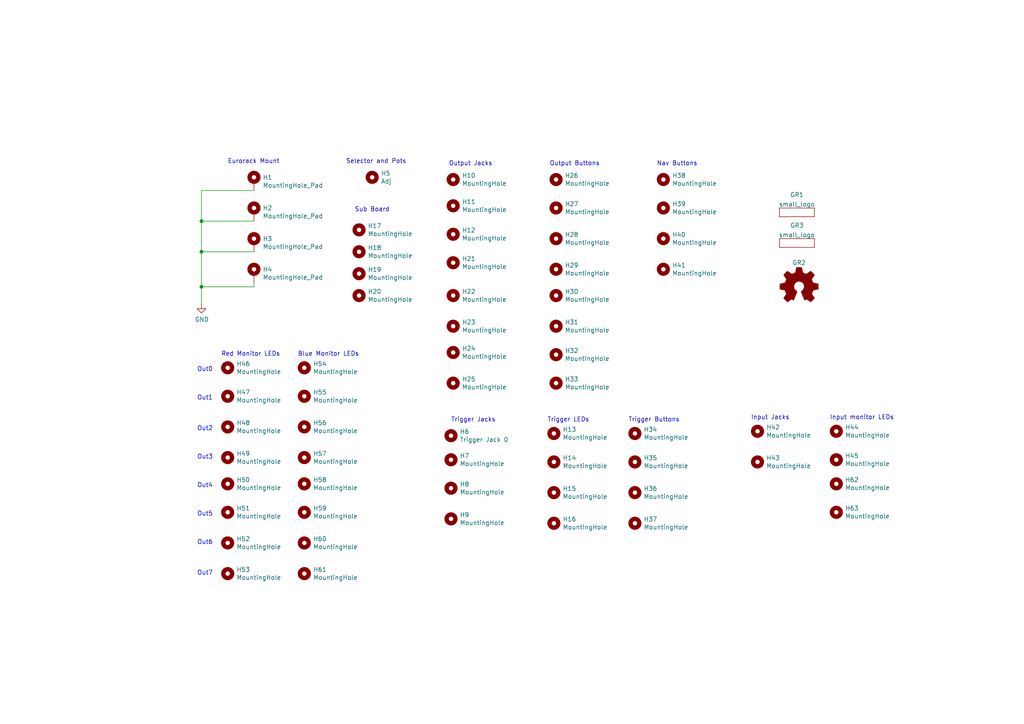
<source format=kicad_sch>
(kicad_sch (version 20211123) (generator eeschema)
  (paper "A4")
  (title_block (title "Bonkulator Panel") (rev "2.1"))
  (lib_symbols
    (symbol "Graphic:Logo_Open_Hardware_Small" (pin_names (offset 1.016))
      (symbol "Logo_Open_Hardware_Small_0_1"
        (polyline (pts (xy 3.3528 -4.3434) (xy 3.302 -4.318) (xy 3.175 -4.2418) (xy 2.9972 -4.1148) (xy 2.7686 -3.9624) (xy 2.54 -3.81) (xy 2.3622 -3.7084) (xy 2.2352 -3.6068) (xy 2.1844 -3.5814) (xy 2.159 -3.6068) (xy 2.0574 -3.6576) (xy 1.905 -3.7338) (xy 1.8034 -3.7846) (xy 1.6764 -3.8354) (xy 1.6002 -3.8354) (xy 1.6002 -3.8354) (xy 1.5494 -3.7338) (xy 1.4732 -3.5306) (xy 1.3462 -3.302) (xy 1.2446 -3.0226) (xy 1.1176 -2.7178) (xy 0.9652 -2.413) (xy 0.8636 -2.1082) (xy 0.7366 -1.8288) (xy 0.6604 -1.6256) (xy 0.6096 -1.4732) (xy 0.5842 -1.397) (xy 0.5842 -1.397) (xy 0.6604 -1.3208) (xy 0.7874 -1.2446) (xy 1.0414 -1.016) (xy 1.2954 -0.6858) (xy 1.4478 -0.3302) (xy 1.524 0.0762) (xy 1.4732 0.4572) (xy 1.3208 0.8128) (xy 1.0668 1.143) (xy 0.762 1.3716) (xy 0.4064 1.524) (xy 0 1.5748) (xy -0.381 1.5494) (xy -0.7366 1.397) (xy -1.0668 1.143) (xy -1.2192 0.9906) (xy -1.397 0.6604) (xy -1.524 0.3048) (xy -1.524 0.2286) (xy -1.4986 -0.1778) (xy -1.397 -0.5334) (xy -1.1938 -0.8636) (xy -0.9144 -1.143) (xy -0.8636 -1.1684) (xy -0.7366 -1.27) (xy -0.635 -1.3462) (xy -0.5842 -1.397) (xy -1.0668 -2.5908) (xy -1.143 -2.794) (xy -1.2954 -3.1242) (xy -1.397 -3.4036) (xy -1.4986 -3.6322) (xy -1.5748 -3.7846) (xy -1.6002 -3.8354) (xy -1.6002 -3.8354) (xy -1.651 -3.8354) (xy -1.7272 -3.81) (xy -1.905 -3.7338) (xy -2.0066 -3.683) (xy -2.1336 -3.6068) (xy -2.2098 -3.5814) (xy -2.2606 -3.6068) (xy -2.3622 -3.683) (xy -2.54 -3.81) (xy -2.7686 -3.9624) (xy -2.9718 -4.0894) (xy -3.1496 -4.2164) (xy -3.302 -4.318) (xy -3.3528 -4.3434) (xy -3.3782 -4.3434) (xy -3.429 -4.318) (xy -3.5306 -4.2164) (xy -3.7084 -4.064) (xy -3.937 -3.8354) (xy -3.9624 -3.81) (xy -4.1656 -3.6068) (xy -4.318 -3.4544) (xy -4.4196 -3.3274) (xy -4.445 -3.2766) (xy -4.445 -3.2766) (xy -4.4196 -3.2258) (xy -4.318 -3.0734) (xy -4.2164 -2.8956) (xy -4.064 -2.667) (xy -3.6576 -2.0828) (xy -3.8862 -1.5494) (xy -3.937 -1.3716) (xy -4.0386 -1.1684) (xy -4.0894 -1.0414) (xy -4.1148 -0.9652) (xy -4.191 -0.9398) (xy -4.318 -0.9144) (xy -4.5466 -0.8636) (xy -4.8006 -0.8128) (xy -5.0546 -0.7874) (xy -5.2578 -0.7366) (xy -5.4356 -0.7112) (xy -5.5118 -0.6858) (xy -5.5118 -0.6858) (xy -5.5372 -0.635) (xy -5.5372 -0.5588) (xy -5.5372 -0.4318) (xy -5.5626 -0.2286) (xy -5.5626 0.0762) (xy -5.5626 0.127) (xy -5.5372 0.4064) (xy -5.5372 0.635) (xy -5.5372 0.762) (xy -5.5372 0.8382) (xy -5.5372 0.8382) (xy -5.461 0.8382) (xy -5.3086 0.889) (xy -5.08 0.9144) (xy -4.826 0.9652) (xy -4.8006 0.9906) (xy -4.5466 1.0414) (xy -4.318 1.0668) (xy -4.1656 1.1176) (xy -4.0894 1.143) (xy -4.0894 1.143) (xy -4.0386 1.2446) (xy -3.9624 1.4224) (xy -3.8608 1.6256) (xy -3.7846 1.8288) (xy -3.7084 2.0066) (xy -3.6576 2.159) (xy -3.6322 2.2098) (xy -3.6322 2.2098) (xy -3.683 2.286) (xy -3.7592 2.413) (xy -3.8862 2.5908) (xy -4.064 2.8194) (xy -4.064 2.8448) (xy -4.2164 3.0734) (xy -4.3434 3.2512) (xy -4.4196 3.3782) (xy -4.445 3.4544) (xy -4.445 3.4544) (xy -4.3942 3.5052) (xy -4.2926 3.6322) (xy -4.1148 3.81) (xy -3.937 4.0132) (xy -3.8608 4.064) (xy -3.6576 4.2926) (xy -3.5052 4.4196) (xy -3.4036 4.4958) (xy -3.3528 4.5212) (xy -3.3528 4.5212) (xy -3.302 4.4704) (xy -3.1496 4.3688) (xy -2.9718 4.2418) (xy -2.7432 4.0894) (xy -2.7178 4.0894) (xy -2.4892 3.937) (xy -2.3114 3.81) (xy -2.1844 3.7084) (xy -2.1336 3.683) (xy -2.1082 3.683) (xy -2.032 3.7084) (xy -1.8542 3.7592) (xy -1.6764 3.8354) (xy -1.4732 3.937) (xy -1.27 4.0132) (xy -1.143 4.064) (xy -1.0668 4.1148) (xy -1.0668 4.1148) (xy -1.0414 4.191) (xy -1.016 4.3434) (xy -0.9652 4.572) (xy -0.9144 4.8514) (xy -0.889 4.9022) (xy -0.8382 5.1562) (xy -0.8128 5.3848) (xy -0.7874 5.5372) (xy -0.762 5.588) (xy -0.7112 5.6134) (xy -0.5842 5.6134) (xy -0.4064 5.6134) (xy -0.1524 5.6134) (xy 0.0762 5.6134) (xy 0.3302 5.6134) (xy 0.5334 5.6134) (xy 0.6858 5.588) (xy 0.7366 5.588) (xy 0.7366 5.588) (xy 0.762 5.5118) (xy 0.8128 5.334) (xy 0.8382 5.1054) (xy 0.9144 4.826) (xy 0.9144 4.7752) (xy 0.9652 4.5212) (xy 1.016 4.2926) (xy 1.0414 4.1402) (xy 1.0668 4.0894) (xy 1.0668 4.0894) (xy 1.1938 4.0386) (xy 1.3716 3.9624) (xy 1.5748 3.8608) (xy 2.0828 3.6576) (xy 2.7178 4.0894) (xy 2.7686 4.1402) (xy 2.9972 4.2926) (xy 3.175 4.4196) (xy 3.302 4.4958) (xy 3.3782 4.5212) (xy 3.3782 4.5212) (xy 3.429 4.4704) (xy 3.556 4.3434) (xy 3.7338 4.191) (xy 3.9116 3.9878) (xy 4.064 3.8354) (xy 4.2418 3.6576) (xy 4.3434 3.556) (xy 4.4196 3.4798) (xy 4.4196 3.429) (xy 4.4196 3.4036) (xy 4.3942 3.3274) (xy 4.2926 3.2004) (xy 4.1656 2.9972) (xy 4.0132 2.794) (xy 3.8862 2.5908) (xy 3.7592 2.3876) (xy 3.6576 2.2352) (xy 3.6322 2.159) (xy 3.6322 2.1336) (xy 3.683 2.0066) (xy 3.7592 1.8288) (xy 3.8608 1.6002) (xy 4.064 1.1176) (xy 4.3942 1.0414) (xy 4.5974 1.016) (xy 4.8768 0.9652) (xy 5.1308 0.9144) (xy 5.5372 0.8382) (xy 5.5626 -0.6604) (xy 5.4864 -0.6858) (xy 5.4356 -0.6858) (xy 5.2832 -0.7366) (xy 5.0546 -0.762) (xy 4.8006 -0.8128) (xy 4.5974 -0.8636) (xy 4.3688 -0.9144) (xy 4.2164 -0.9398) (xy 4.1402 -0.9398) (xy 4.1148 -0.9652) (xy 4.064 -1.0668) (xy 3.9878 -1.2446) (xy 3.9116 -1.4478) (xy 3.81 -1.651) (xy 3.7338 -1.8542) (xy 3.683 -2.0066) (xy 3.6576 -2.0828) (xy 3.683 -2.1336) (xy 3.7846 -2.2606) (xy 3.8862 -2.4638) (xy 4.0386 -2.667) (xy 4.191 -2.8956) (xy 4.318 -3.0734) (xy 4.3942 -3.2004) (xy 4.445 -3.2766) (xy 4.4196 -3.3274) (xy 4.3434 -3.429) (xy 4.1656 -3.5814) (xy 3.937 -3.8354) (xy 3.8862 -3.8608) (xy 3.683 -4.064) (xy 3.5306 -4.2164) (xy 3.4036 -4.318) (xy 3.3528 -4.3434)) (fill (type outline)))
      )
    )
    (symbol "Mechanical:MountingHole" (pin_names (offset 1.016))
      (property "Reference" "H" (at 0 5.08 0))
      (property "Value" "MountingHole" (at 0 3.175 0))
      (symbol "MountingHole_0_1"
        (circle (center 0 0) (radius 1.27) (stroke (width 1.27)))
      )
    )
    (symbol "Mechanical:MountingHole_Pad" (pin_numbers hide) (pin_names (offset 1.016) hide)
      (property "Reference" "H" (at 0 6.35 0))
      (property "Value" "MountingHole_Pad" (at 0 4.445 0))
      (symbol "MountingHole_Pad_0_1"
        (circle (center 0 1.27) (radius 1.27) (stroke (width 1.27)))
      )
      (symbol "MountingHole_Pad_1_1"
        (pin input line (at 0 -2.54 90) (length 2.54) (name "1") (number "1"))
      )
    )
    (symbol "greenface-symbols:small_logo" (pin_numbers hide) (pin_names (offset 0) hide)
      (property "Reference" "GR" (at 0 -2.54 0))
      (property "Value" "small_logo" (at 0 0 0))
      (symbol "small_logo_0_1"
        (rectangle (start -5.08 -1.27) (end -5.08 1.27))
        (rectangle (start -5.08 1.27) (end 5.08 1.27))
        (rectangle (start 5.08 -1.27) (end -5.08 -1.27))
        (rectangle (start 5.08 1.27) (end 5.08 -1.27))
      )
    )
    (symbol "power:GND" (power) (pin_names (offset 0))
      (property "Value" "GND" (at 0 -3.81 0))
      (symbol "GND_0_1"
        (polyline (pts (xy 0 0) (xy 0 -1.27) (xy 1.27 -1.27) (xy 0 -2.54) (xy -1.27 -1.27) (xy 0 -1.27)))
      )
      (symbol "GND_1_1"
        (pin power_in line (at 0 0 270) (length 0) hide (name "GND") (number "1"))
      )
    )
  )
  (junction (at 58.42 64.135))
  (junction (at 58.42 83.185))
  (junction (at 58.42 73.025))
  (wire (pts (xy 58.42 73.025) (xy 58.42 64.135)))
  (wire (pts (xy 58.42 55.245) (xy 73.66 55.245)))
  (wire (pts (xy 58.42 73.025) (xy 73.66 73.025)))
  (wire (pts (xy 58.42 88.265) (xy 58.42 83.185)))
  (wire (pts (xy 58.42 64.135) (xy 58.42 55.245)))
  (wire (pts (xy 73.66 83.185) (xy 58.42 83.185)))
  (wire (pts (xy 73.66 83.185) (xy 73.66 81.915)))
  (wire (pts (xy 58.42 64.135) (xy 73.66 64.135)))
  (wire (pts (xy 58.42 83.185) (xy 58.42 73.025)))
  (text "Out5" (at 57.15 149.86 0) (effects (font (size 1.27 1.27)) (justify left bottom)))
  (text "Input Jacks" (at 217.805 121.92 0) (effects (font (size 1.27 1.27)) (justify left bottom)))
  (text "Trigger LEDs" (at 158.75 122.555 0) (effects (font (size 1.27 1.27)) (justify left bottom)))
  (text "Sub Board" (at 102.87 61.595 0) (effects (font (size 1.27 1.27)) (justify left bottom)))
  (text "Selector and Pots" (at 100.33 47.625 0) (effects (font (size 1.27 1.27)) (justify left bottom)))
  (text "Out4" (at 57.15 141.605 0) (effects (font (size 1.27 1.27)) (justify left bottom)))
  (text "Output Jacks" (at 130.175 48.26 0) (effects (font (size 1.27 1.27)) (justify left bottom)))
  (text "Input monitor LEDs" (at 240.665 121.92 0) (effects (font (size 1.27 1.27)) (justify left bottom)))
  (text "Out3" (at 57.15 133.35 0) (effects (font (size 1.27 1.27)) (justify left bottom)))
  (text "Trigger Jacks" (at 130.81 122.555 0) (effects (font (size 1.27 1.27)) (justify left bottom)))
  (text "Eurorack Mount" (at 66.04 47.625 0) (effects (font (size 1.27 1.27)) (justify left bottom)))
  (text "Nav Buttons" (at 190.5 48.26 0) (effects (font (size 1.27 1.27)) (justify left bottom)))
  (text "Out6" (at 57.15 158.115 0) (effects (font (size 1.27 1.27)) (justify left bottom)))
  (text "Out2" (at 57.15 125.095 0) (effects (font (size 1.27 1.27)) (justify left bottom)))
  (text "Blue Monitor LEDs" (at 86.36 103.505 0) (effects (font (size 1.27 1.27)) (justify left bottom)))
  (text "Output Buttons" (at 159.385 48.26 0) (effects (font (size 1.27 1.27)) (justify left bottom)))
  (text "Out0" (at 57.15 107.95 0) (effects (font (size 1.27 1.27)) (justify left bottom)))
  (text "Red Monitor LEDs" (at 64.135 103.505 0) (effects (font (size 1.27 1.27)) (justify left bottom)))
  (text "Trigger Buttons" (at 182.245 122.555 0) (effects (font (size 1.27 1.27)) (justify left bottom)))
  (text "Out7" (at 57.15 167.005 0) (effects (font (size 1.27 1.27)) (justify left bottom)))
  (text "Out1" (at 57.15 116.205 0) (effects (font (size 1.27 1.27)) (justify left bottom)))
  (symbol (lib_id "Mechanical:MountingHole") (at 88.265 123.825 0) (unit 1)
    (property "Reference" "H56" (at 90.805 122.6566 0) (effects (justify left)))
    (property "Value" "MountingHole" (at 90.805 124.968 0) (effects (justify left)))
    (property "Footprint" "panel:3mmLED" (effects hide))
  )
  (symbol (lib_id "Mechanical:MountingHole") (at 88.265 106.68 0) (unit 1)
    (property "Reference" "H54" (at 90.805 105.5116 0) (effects (justify left)))
    (property "Value" "MountingHole" (at 90.805 107.823 0) (effects (justify left)))
    (property "Footprint" "panel:3mmLED" (effects hide))
  )
  (symbol (lib_id "Mechanical:MountingHole") (at 130.81 150.495 0) (unit 1)
    (property "Reference" "H9" (at 133.35 149.3266 0) (effects (justify left)))
    (property "Value" "MountingHole" (at 133.35 151.638 0) (effects (justify left)))
    (property "Footprint" "panel:MolexJack" (effects hide))
  )
  (symbol (lib_id "Mechanical:MountingHole") (at 131.445 67.945 0) (unit 1)
    (property "Reference" "H12" (at 133.985 66.7766 0) (effects (justify left)))
    (property "Value" "MountingHole" (at 133.985 69.088 0) (effects (justify left)))
    (property "Footprint" "panel:MolexJack" (effects hide))
  )
  (symbol (lib_id "Mechanical:MountingHole") (at 161.29 102.87 0) (unit 1)
    (property "Reference" "H32" (at 163.83 101.7016 0) (effects (justify left)))
    (property "Value" "MountingHole" (at 163.83 104.013 0) (effects (justify left)))
    (property "Footprint" "panel:PushButton3.7mm" (effects hide))
  )
  (symbol (lib_id "Mechanical:MountingHole") (at 184.15 125.73 0) (unit 1)
    (property "Reference" "H34" (at 186.69 124.5616 0) (effects (justify left)))
    (property "Value" "MountingHole" (at 186.69 126.873 0) (effects (justify left)))
    (property "Footprint" "panel:PushButton3.7mm" (effects hide))
  )
  (symbol (lib_id "Mechanical:MountingHole") (at 184.15 142.875 0) (unit 1)
    (property "Reference" "H36" (at 186.69 141.7066 0) (effects (justify left)))
    (property "Value" "MountingHole" (at 186.69 144.018 0) (effects (justify left)))
    (property "Footprint" "panel:PushButton3.7mm" (effects hide))
  )
  (symbol (lib_id "Mechanical:MountingHole") (at 219.71 125.095 0) (unit 1)
    (property "Reference" "H42" (at 222.25 123.9266 0) (effects (justify left)))
    (property "Value" "MountingHole" (at 222.25 126.238 0) (effects (justify left)))
    (property "Footprint" "panel:MolexJack" (effects hide))
  )
  (symbol (lib_id "Mechanical:MountingHole") (at 131.445 76.2 0) (unit 1)
    (property "Reference" "H21" (at 133.985 75.0316 0) (effects (justify left)))
    (property "Value" "MountingHole" (at 133.985 77.343 0) (effects (justify left)))
    (property "Footprint" "panel:MolexJack" (effects hide))
  )
  (symbol (lib_id "Mechanical:MountingHole") (at 192.405 69.215 0) (unit 1)
    (property "Reference" "H40" (at 194.945 68.0466 0) (effects (justify left)))
    (property "Value" "MountingHole" (at 194.945 70.358 0) (effects (justify left)))
    (property "Footprint" "panel:PushButton3.7mm" (effects hide))
  )
  (symbol (lib_id "Mechanical:MountingHole") (at 242.57 125.095 0) (unit 1)
    (property "Reference" "H44" (at 245.11 123.9266 0) (effects (justify left)))
    (property "Value" "MountingHole" (at 245.11 126.238 0) (effects (justify left)))
    (property "Footprint" "panel:3mmLED" (effects hide))
  )
  (symbol (lib_id "Graphic:Logo_Open_Hardware_Small") (at 231.775 83.185 0) (unit 1) (on_board no)
    (property "Reference" "GR2" (at 231.775 76.2 0))
    (property "Value" "Logo_Open_Hardware_Small" (effects hide))
    (property "Footprint" "Symbol:OSHW-Logo_5.7x6mm_SilkScreen" (effects hide))
  )
  (symbol (lib_id "Mechanical:MountingHole") (at 104.14 66.675 0) (unit 1)
    (property "Reference" "H17" (at 106.68 65.5066 0) (effects (justify left)))
    (property "Value" "MountingHole" (at 106.68 67.818 0) (effects (justify left)))
    (property "Footprint" "MountingHole:MountingHole_2.5mm" (effects hide))
  )
  (symbol (lib_id "Mechanical:MountingHole") (at 161.29 111.125 0) (unit 1)
    (property "Reference" "H33" (at 163.83 109.9566 0) (effects (justify left)))
    (property "Value" "MountingHole" (at 163.83 112.268 0) (effects (justify left)))
    (property "Footprint" "panel:PushButton3.7mm" (effects hide))
  )
  (symbol (lib_id "Mechanical:MountingHole") (at 160.655 133.985 0) (unit 1)
    (property "Reference" "H14" (at 163.195 132.8166 0) (effects (justify left)))
    (property "Value" "MountingHole" (at 163.195 135.128 0) (effects (justify left)))
    (property "Footprint" "panel:3mmLED" (effects hide))
  )
  (symbol (lib_id "Mechanical:MountingHole") (at 192.405 52.07 0) (unit 1)
    (property "Reference" "H38" (at 194.945 50.9016 0) (effects (justify left)))
    (property "Value" "MountingHole" (at 194.945 53.213 0) (effects (justify left)))
    (property "Footprint" "panel:PushButton3.7mm" (effects hide))
  )
  (symbol (lib_id "Mechanical:MountingHole_Pad") (at 73.66 52.705 0) (unit 1)
    (property "Reference" "H1" (at 76.2 51.4604 0) (effects (justify left)))
    (property "Value" "MountingHole_Pad" (at 76.2 53.7718 0) (effects (justify left)))
    (property "Footprint" "panel:MountingHole_3.2mm_M3_SmPad" (effects hide))
  )
  (symbol (lib_id "Mechanical:MountingHole") (at 66.04 157.48 0) (unit 1)
    (property "Reference" "H52" (at 68.58 156.3116 0) (effects (justify left)))
    (property "Value" "MountingHole" (at 68.58 158.623 0) (effects (justify left)))
    (property "Footprint" "panel:3mmLED" (effects hide))
  )
  (symbol (lib_id "Mechanical:MountingHole") (at 160.655 142.875 0) (unit 1)
    (property "Reference" "H15" (at 163.195 141.7066 0) (effects (justify left)))
    (property "Value" "MountingHole" (at 163.195 144.018 0) (effects (justify left)))
    (property "Footprint" "panel:3mmLED" (effects hide))
  )
  (symbol (lib_id "Mechanical:MountingHole") (at 161.29 94.615 0) (unit 1)
    (property "Reference" "H31" (at 163.83 93.4466 0) (effects (justify left)))
    (property "Value" "MountingHole" (at 163.83 95.758 0) (effects (justify left)))
    (property "Footprint" "panel:PushButton3.7mm" (effects hide))
  )
  (symbol (lib_id "Mechanical:MountingHole") (at 131.445 52.07 0) (unit 1)
    (property "Reference" "H10" (at 133.985 50.9016 0) (effects (justify left)))
    (property "Value" "MountingHole" (at 133.985 53.213 0) (effects (justify left)))
    (property "Footprint" "panel:MolexJack" (effects hide))
  )
  (symbol (lib_id "Mechanical:MountingHole") (at 131.445 85.725 0) (unit 1)
    (property "Reference" "H22" (at 133.985 84.5566 0) (effects (justify left)))
    (property "Value" "MountingHole" (at 133.985 86.868 0) (effects (justify left)))
    (property "Footprint" "panel:MolexJack" (effects hide))
  )
  (symbol (lib_id "Mechanical:MountingHole") (at 88.265 157.48 0) (unit 1)
    (property "Reference" "H60" (at 90.805 156.3116 0) (effects (justify left)))
    (property "Value" "MountingHole" (at 90.805 158.623 0) (effects (justify left)))
    (property "Footprint" "panel:3mmLED" (effects hide))
  )
  (symbol (lib_id "Mechanical:MountingHole_Pad") (at 73.66 79.375 0) (unit 1)
    (property "Reference" "H4" (at 76.2 78.1304 0) (effects (justify left)))
    (property "Value" "MountingHole_Pad" (at 76.2 80.4418 0) (effects (justify left)))
    (property "Footprint" "panel:MountingHole_3.2mm_M3_SmPad" (effects hide))
  )
  (symbol (lib_id "Mechanical:MountingHole") (at 66.04 140.335 0) (unit 1)
    (property "Reference" "H50" (at 68.58 139.1666 0) (effects (justify left)))
    (property "Value" "MountingHole" (at 68.58 141.478 0) (effects (justify left)))
    (property "Footprint" "panel:3mmLED" (effects hide))
  )
  (symbol (lib_id "Mechanical:MountingHole") (at 104.14 85.725 0) (unit 1)
    (property "Reference" "H20" (at 106.68 84.5566 0) (effects (justify left)))
    (property "Value" "MountingHole" (at 106.68 86.868 0) (effects (justify left)))
    (property "Footprint" "MountingHole:MountingHole_2.5mm" (effects hide))
  )
  (symbol (lib_id "Mechanical:MountingHole") (at 104.14 79.375 0) (unit 1)
    (property "Reference" "H19" (at 106.68 78.2066 0) (effects (justify left)))
    (property "Value" "MountingHole" (at 106.68 80.518 0) (effects (justify left)))
    (property "Footprint" "MountingHole:MountingHole_2.5mm" (effects hide))
  )
  (symbol (lib_id "Mechanical:MountingHole") (at 160.655 151.765 0) (unit 1)
    (property "Reference" "H16" (at 163.195 150.5966 0) (effects (justify left)))
    (property "Value" "MountingHole" (at 163.195 152.908 0) (effects (justify left)))
    (property "Footprint" "panel:3mmLED" (effects hide))
  )
  (symbol (lib_id "Mechanical:MountingHole") (at 161.29 85.725 0) (unit 1)
    (property "Reference" "H30" (at 163.83 84.5566 0) (effects (justify left)))
    (property "Value" "MountingHole" (at 163.83 86.868 0) (effects (justify left)))
    (property "Footprint" "panel:PushButton3.7mm" (effects hide))
  )
  (symbol (lib_id "Mechanical:MountingHole") (at 131.445 102.235 0) (unit 1)
    (property "Reference" "H24" (at 133.985 101.0666 0) (effects (justify left)))
    (property "Value" "MountingHole" (at 133.985 103.378 0) (effects (justify left)))
    (property "Footprint" "panel:MolexJack" (effects hide))
  )
  (symbol (lib_id "Mechanical:MountingHole") (at 184.15 133.985 0) (unit 1)
    (property "Reference" "H35" (at 186.69 132.8166 0) (effects (justify left)))
    (property "Value" "MountingHole" (at 186.69 135.128 0) (effects (justify left)))
    (property "Footprint" "panel:PushButton3.7mm" (effects hide))
  )
  (symbol (lib_id "Mechanical:MountingHole") (at 66.04 132.715 0) (unit 1)
    (property "Reference" "H49" (at 68.58 131.5466 0) (effects (justify left)))
    (property "Value" "MountingHole" (at 68.58 133.858 0) (effects (justify left)))
    (property "Footprint" "panel:3mmLED" (effects hide))
  )
  (symbol (lib_id "Mechanical:MountingHole") (at 161.29 78.105 0) (unit 1)
    (property "Reference" "H29" (at 163.83 76.9366 0) (effects (justify left)))
    (property "Value" "MountingHole" (at 163.83 79.248 0) (effects (justify left)))
    (property "Footprint" "panel:PushButton3.7mm" (effects hide))
  )
  (symbol (lib_id "Mechanical:MountingHole") (at 160.655 125.73 0) (unit 1)
    (property "Reference" "H13" (at 163.195 124.5616 0) (effects (justify left)))
    (property "Value" "MountingHole" (at 163.195 126.873 0) (effects (justify left)))
    (property "Footprint" "panel:3mmLED" (effects hide))
  )
  (symbol (lib_id "Mechanical:MountingHole") (at 104.14 73.025 0) (unit 1)
    (property "Reference" "H18" (at 106.68 71.8566 0) (effects (justify left)))
    (property "Value" "MountingHole" (at 106.68 74.168 0) (effects (justify left)))
    (property "Footprint" "MountingHole:MountingHole_2.5mm" (effects hide))
  )
  (symbol (lib_id "Mechanical:MountingHole") (at 131.445 111.125 0) (unit 1)
    (property "Reference" "H25" (at 133.985 109.9566 0) (effects (justify left)))
    (property "Value" "MountingHole" (at 133.985 112.268 0) (effects (justify left)))
    (property "Footprint" "panel:MolexJack" (effects hide))
  )
  (symbol (lib_id "Mechanical:MountingHole") (at 88.265 140.335 0) (unit 1)
    (property "Reference" "H58" (at 90.805 139.1666 0) (effects (justify left)))
    (property "Value" "MountingHole" (at 90.805 141.478 0) (effects (justify left)))
    (property "Footprint" "panel:3mmLED" (effects hide))
  )
  (symbol (lib_id "Mechanical:MountingHole") (at 66.04 114.935 0) (unit 1)
    (property "Reference" "H47" (at 68.58 113.7666 0) (effects (justify left)))
    (property "Value" "MountingHole" (at 68.58 116.078 0) (effects (justify left)))
    (property "Footprint" "panel:3mmLED" (effects hide))
  )
  (symbol (lib_id "Mechanical:MountingHole") (at 242.57 148.59 0) (unit 1)
    (property "Reference" "H63" (at 245.11 147.4216 0) (effects (justify left)))
    (property "Value" "MountingHole" (at 245.11 149.733 0) (effects (justify left)))
    (property "Footprint" "panel:3mmLED" (effects hide))
  )
  (symbol (lib_id "Mechanical:MountingHole") (at 184.15 151.765 0) (unit 1)
    (property "Reference" "H37" (at 186.69 150.5966 0) (effects (justify left)))
    (property "Value" "MountingHole" (at 186.69 152.908 0) (effects (justify left)))
    (property "Footprint" "panel:PushButton3.7mm" (effects hide))
  )
  (symbol (lib_id "Mechanical:MountingHole") (at 161.29 60.325 0) (unit 1)
    (property "Reference" "H27" (at 163.83 59.1566 0) (effects (justify left)))
    (property "Value" "MountingHole" (at 163.83 61.468 0) (effects (justify left)))
    (property "Footprint" "panel:PushButton3.7mm" (effects hide))
  )
  (symbol (lib_id "Mechanical:MountingHole") (at 242.57 140.335 0) (unit 1)
    (property "Reference" "H62" (at 245.11 139.1666 0) (effects (justify left)))
    (property "Value" "MountingHole" (at 245.11 141.478 0) (effects (justify left)))
    (property "Footprint" "panel:3mmLED" (effects hide))
  )
  (symbol (lib_id "Mechanical:MountingHole_Pad") (at 73.66 61.595 0) (unit 1)
    (property "Reference" "H2" (at 76.2 60.3504 0) (effects (justify left)))
    (property "Value" "MountingHole_Pad" (at 76.2 62.6618 0) (effects (justify left)))
    (property "Footprint" "panel:MountingHole_3.2mm_M3_SmPad" (effects hide))
  )
  (symbol (lib_id "Mechanical:MountingHole") (at 88.265 166.37 0) (unit 1)
    (property "Reference" "H61" (at 90.805 165.2016 0) (effects (justify left)))
    (property "Value" "MountingHole" (at 90.805 167.513 0) (effects (justify left)))
    (property "Footprint" "panel:3mmLED" (effects hide))
  )
  (symbol (lib_id "Mechanical:MountingHole") (at 192.405 60.325 0) (unit 1)
    (property "Reference" "H39" (at 194.945 59.1566 0) (effects (justify left)))
    (property "Value" "MountingHole" (at 194.945 61.468 0) (effects (justify left)))
    (property "Footprint" "panel:PushButton3.7mm" (effects hide))
  )
  (symbol (lib_id "Mechanical:MountingHole") (at 66.04 106.68 0) (unit 1)
    (property "Reference" "H46" (at 68.58 105.5116 0) (effects (justify left)))
    (property "Value" "MountingHole" (at 68.58 107.823 0) (effects (justify left)))
    (property "Footprint" "panel:3mmLED" (effects hide))
  )
  (symbol (lib_id "Mechanical:MountingHole") (at 161.29 52.07 0) (unit 1)
    (property "Reference" "H26" (at 163.83 50.9016 0) (effects (justify left)))
    (property "Value" "MountingHole" (at 163.83 53.213 0) (effects (justify left)))
    (property "Footprint" "panel:PushButton3.7mm" (effects hide))
  )
  (symbol (lib_id "Mechanical:MountingHole") (at 131.445 94.615 0) (unit 1)
    (property "Reference" "H23" (at 133.985 93.4466 0) (effects (justify left)))
    (property "Value" "MountingHole" (at 133.985 95.758 0) (effects (justify left)))
    (property "Footprint" "panel:MolexJack" (effects hide))
  )
  (symbol (lib_id "Mechanical:MountingHole") (at 192.405 78.105 0) (unit 1)
    (property "Reference" "H41" (at 194.945 76.9366 0) (effects (justify left)))
    (property "Value" "MountingHole" (at 194.945 79.248 0) (effects (justify left)))
    (property "Footprint" "panel:PushButton3.7mm" (effects hide))
  )
  (symbol (lib_id "Mechanical:MountingHole") (at 242.57 133.35 0) (unit 1)
    (property "Reference" "H45" (at 245.11 132.1816 0) (effects (justify left)))
    (property "Value" "MountingHole" (at 245.11 134.493 0) (effects (justify left)))
    (property "Footprint" "panel:3mmLED" (effects hide))
  )
  (symbol (lib_id "greenface-symbols:small_logo") (at 231.14 61.595 0) (unit 1)
    (property "Reference" "GR1" (at 231.14 56.4855 0))
    (property "Value" "small_logo" (at 231.14 59.2606 0))
    (property "Footprint" "panel:small_face" (effects hide))
  )
  (symbol (lib_id "Mechanical:MountingHole") (at 130.81 126.365 0) (unit 1)
    (property "Reference" "H6" (at 133.35 125.1966 0) (effects (justify left)))
    (property "Value" "Trigger Jack 0" (at 133.35 127.508 0) (effects (justify left)))
    (property "Footprint" "panel:MolexJack" (effects hide))
  )
  (symbol (lib_id "Mechanical:MountingHole") (at 66.04 148.59 0) (unit 1)
    (property "Reference" "H51" (at 68.58 147.4216 0) (effects (justify left)))
    (property "Value" "MountingHole" (at 68.58 149.733 0) (effects (justify left)))
    (property "Footprint" "panel:3mmLED" (effects hide))
  )
  (symbol (lib_id "Mechanical:MountingHole") (at 88.265 132.715 0) (unit 1)
    (property "Reference" "H57" (at 90.805 131.5466 0) (effects (justify left)))
    (property "Value" "MountingHole" (at 90.805 133.858 0) (effects (justify left)))
    (property "Footprint" "panel:3mmLED" (effects hide))
  )
  (symbol (lib_id "Mechanical:MountingHole") (at 107.95 51.435 0) (unit 1)
    (property "Reference" "H5" (at 110.49 50.2666 0) (effects (justify left)))
    (property "Value" "Adj" (at 110.49 52.578 0) (effects (justify left)))
    (property "Footprint" "panel:RotaryEncoder_6.4mm" (effects hide))
  )
  (symbol (lib_id "Mechanical:MountingHole") (at 219.71 133.985 0) (unit 1)
    (property "Reference" "H43" (at 222.25 132.8166 0) (effects (justify left)))
    (property "Value" "MountingHole" (at 222.25 135.128 0) (effects (justify left)))
    (property "Footprint" "panel:MolexJack" (effects hide))
  )
  (symbol (lib_id "Mechanical:MountingHole") (at 130.81 133.35 0) (unit 1)
    (property "Reference" "H7" (at 133.35 132.1816 0) (effects (justify left)))
    (property "Value" "MountingHole" (at 133.35 134.493 0) (effects (justify left)))
    (property "Footprint" "panel:MolexJack" (effects hide))
  )
  (symbol (lib_id "Mechanical:MountingHole") (at 88.265 114.935 0) (unit 1)
    (property "Reference" "H55" (at 90.805 113.7666 0) (effects (justify left)))
    (property "Value" "MountingHole" (at 90.805 116.078 0) (effects (justify left)))
    (property "Footprint" "panel:3mmLED" (effects hide))
  )
  (symbol (lib_id "Mechanical:MountingHole") (at 66.04 166.37 0) (unit 1)
    (property "Reference" "H53" (at 68.58 165.2016 0) (effects (justify left)))
    (property "Value" "MountingHole" (at 68.58 167.513 0) (effects (justify left)))
    (property "Footprint" "panel:3mmLED" (effects hide))
  )
  (symbol (lib_id "Mechanical:MountingHole") (at 161.29 69.215 0) (unit 1)
    (property "Reference" "H28" (at 163.83 68.0466 0) (effects (justify left)))
    (property "Value" "MountingHole" (at 163.83 70.358 0) (effects (justify left)))
    (property "Footprint" "panel:PushButton3.7mm" (effects hide))
  )
  (symbol (lib_id "greenface-symbols:small_logo") (at 231.14 70.485 0) (unit 1) (on_board no)
    (property "Reference" "GR3" (at 231.14 65.3755 0))
    (property "Value" "small_logo" (at 231.14 68.1506 0))
    (property "Footprint" "panel:bamboo_bonk2" (effects hide))
  )
  (symbol (lib_id "Mechanical:MountingHole") (at 130.81 141.605 0) (unit 1)
    (property "Reference" "H8" (at 133.35 140.4366 0) (effects (justify left)))
    (property "Value" "MountingHole" (at 133.35 142.748 0) (effects (justify left)))
    (property "Footprint" "panel:MolexJack" (effects hide))
  )
  (symbol (lib_id "Mechanical:MountingHole") (at 88.265 148.59 0) (unit 1)
    (property "Reference" "H59" (at 90.805 147.4216 0) (effects (justify left)))
    (property "Value" "MountingHole" (at 90.805 149.733 0) (effects (justify left)))
    (property "Footprint" "panel:3mmLED" (effects hide))
  )
  (symbol (lib_id "Mechanical:MountingHole_Pad") (at 73.66 70.485 0) (unit 1)
    (property "Reference" "H3" (at 76.2 69.2404 0) (effects (justify left)))
    (property "Value" "MountingHole_Pad" (at 76.2 71.5518 0) (effects (justify left)))
    (property "Footprint" "panel:MountingHole_3.2mm_M3_SmPad" (effects hide))
  )
  (symbol (lib_id "power:GND") (at 58.42 88.265 0) (unit 1)
    (property "Reference" "#PWR01" (effects hide))
    (property "Value" "GND" (at 58.547 92.6592 0))
  )
  (symbol (lib_id "Mechanical:MountingHole") (at 131.445 59.69 0) (unit 1)
    (property "Reference" "H11" (at 133.985 58.5216 0) (effects (justify left)))
    (property "Value" "MountingHole" (at 133.985 60.833 0) (effects (justify left)))
    (property "Footprint" "panel:MolexJack" (effects hide))
  )
  (symbol (lib_id "Mechanical:MountingHole") (at 66.04 123.825 0) (unit 1)
    (property "Reference" "H48" (at 68.58 122.6566 0) (effects (justify left)))
    (property "Value" "MountingHole" (at 68.58 124.968 0) (effects (justify left)))
    (property "Footprint" "panel:3mmLED" (effects hide))
  )
)
</source>
